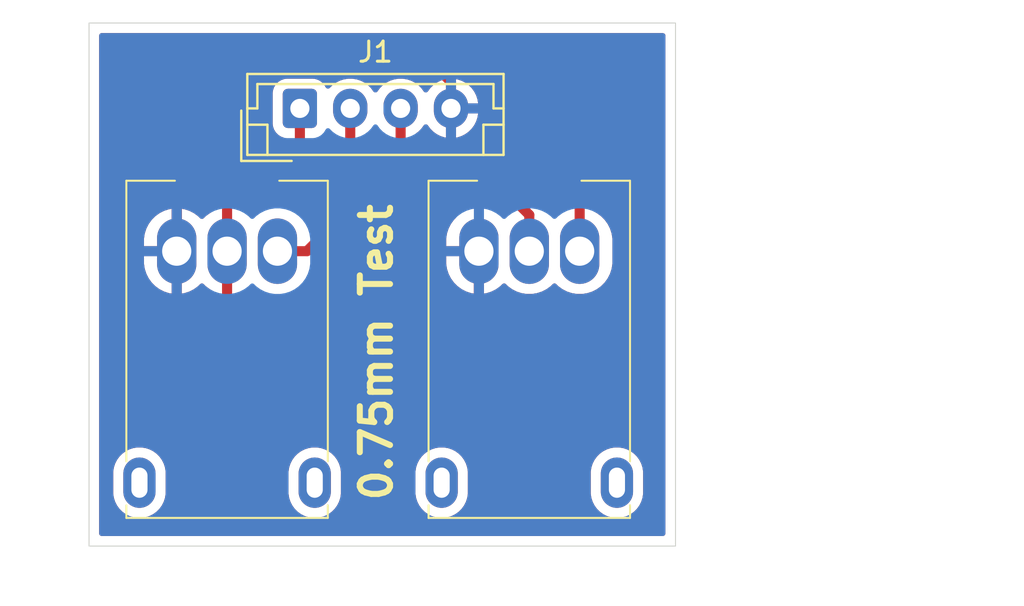
<source format=kicad_pcb>
(kicad_pcb (version 20240108) (generator "pcbnew") (generator_version "8.0")
  (layers (0 "F.Cu" signal) (31 "B.Cu" signal) (34 "B.Paste" user) (35 "F.Paste" user) (36 "B.SilkS" user "B.Silkscreen") (37 "F.SilkS" user "F.Silkscreen") (38 "B.Mask" user) (39 "F.Mask" user) (44 "Edge.Cuts" user))
  (net 0 "")
  (net 1 "GND")
  (net 2 "VCC")
  (net 3 "Net-(J1-Pin_2)")
  (net 4 "Net-(J1-Pin_3)")
  (footprint "hhl:4015-0-43-80-30-27-10-0" (layer "F.Cu") (at 239.9364 136.4042)
    (property "Reference" "SK6" (hide yes))
    (property "Value" "Conn_01x01_Socket")
    (pad "1" thru_hole oval (at 0 0) (size 1.9478 3.25) (drill 1.4478) (layers "*.Cu" "*.Mask") (net 1 "GND"))
  )
  (footprint "hhl:4015-0-43-80-30-27-10-0" (layer "F.Cu") (at 257.4364 136.4042)
    (property "Reference" "SK1" (hide yes))
    (property "Value" "Conn_01x01_Socket")
    (pad "1" thru_hole oval (at 0 0) (size 1.9478 3.25) (drill 1.4478) (layers "*.Cu" "*.Mask") (net 2 "VCC"))
  )
  (footprint "hhl:GCC_Slider_MillMaxSocketed" (layer "F.Cu") (at 242.4364 136.4042)
    (property "Reference" "RV1" (hide yes))
    (property "Value" "Slider_GCC-Gamecube_SolderInsert")
    (fp_line (start -5 -3.5) (end -5 10.44) (stroke (width 0.1)) (layer "F.SilkS"))
    (fp_line (start -5 -3.5) (end -2.59 -3.5) (stroke (width 0.1)) (layer "F.SilkS"))
    (fp_line (start -5 13.25) (end -5 12.625) (stroke (width 0.1)) (layer "F.SilkS"))
    (fp_line (start -5 13.25) (end 5 13.25) (stroke (width 0.1)) (layer "F.SilkS"))
    (fp_line (start 2.59 -3.5) (end 5 -3.5) (stroke (width 0.1)) (layer "F.SilkS"))
    (fp_line (start 5 -3.5) (end 5 10.44) (stroke (width 0.1)) (layer "F.SilkS"))
    (fp_line (start 5 13.25) (end 5 12.62) (stroke (width 0.1)) (layer "F.SilkS"))
    (pad "MP" thru_hole oval (at -4.35 11.5 180) (size 1.6 2.5) (drill oval 0.8 1.5) (property pad_prop_heatsink) (layers "*.Cu" "*.Mask"))
    (pad "MP" thru_hole oval (at 4.35 11.5 180) (size 1.6 2.5) (drill oval 0.8 1.5) (property pad_prop_heatsink) (layers "*.Cu" "*.Mask"))
  )
  (footprint "hhl:4015-0-43-80-30-27-10-0" (layer "F.Cu") (at 254.9364 136.4042)
    (property "Reference" "SK3" (hide yes))
    (property "Value" "Conn_01x01_Socket")
    (pad "1" thru_hole oval (at 0 0) (size 1.9478 3.25) (drill 1.4478) (layers "*.Cu" "*.Mask") (net 1 "GND"))
  )
  (footprint "hhl:4015-0-43-80-30-27-10-0" (layer "F.Cu") (at 244.9364 136.4042)
    (property "Reference" "SK5" (hide yes))
    (property "Value" "Conn_01x01_Socket")
    (pad "1" thru_hole oval (at 0 0) (size 1.9478 3.25) (drill 1.4478) (layers "*.Cu" "*.Mask") (net 3 "Net-(J1-Pin_2)"))
  )
  (footprint "hhl:GCC_Slider_MillMaxSocketed" (layer "F.Cu") (at 257.4364 136.4042)
    (property "Reference" "RV2" (hide yes))
    (property "Value" "Slider_GCC-Gamecube_SolderInsert")
    (fp_line (start -5 -3.5) (end -5 10.44) (stroke (width 0.1)) (layer "F.SilkS"))
    (fp_line (start -5 -3.5) (end -2.59 -3.5) (stroke (width 0.1)) (layer "F.SilkS"))
    (fp_line (start -5 13.25) (end -5 12.625) (stroke (width 0.1)) (layer "F.SilkS"))
    (fp_line (start -5 13.25) (end 5 13.25) (stroke (width 0.1)) (layer "F.SilkS"))
    (fp_line (start 2.59 -3.5) (end 5 -3.5) (stroke (width 0.1)) (layer "F.SilkS"))
    (fp_line (start 5 -3.5) (end 5 10.44) (stroke (width 0.1)) (layer "F.SilkS"))
    (fp_line (start 5 13.25) (end 5 12.62) (stroke (width 0.1)) (layer "F.SilkS"))
    (pad "MP" thru_hole oval (at -4.35 11.5 180) (size 1.6 2.5) (drill oval 0.8 1.5) (property pad_prop_heatsink) (layers "*.Cu" "*.Mask"))
    (pad "MP" thru_hole oval (at 4.35 11.5 180) (size 1.6 2.5) (drill oval 0.8 1.5) (property pad_prop_heatsink) (layers "*.Cu" "*.Mask"))
  )
  (footprint "Connector_JST:JST_EH_B4B-EH-A_1x04_P2.50mm_Vertical" (layer "F.Cu") (at 246.0498 129.3114)
    (property "Reference" "J1" (at 3.75 -2.8 0) (layer "F.SilkS"))
    (property "Value" "Conn_01x04_Pin")
    (fp_line (start -2.91 0.11) (end -2.91 2.61) (stroke (width 0.12)) (layer "F.SilkS"))
    (fp_line (start -2.91 2.61) (end -0.41 2.61) (stroke (width 0.12)) (layer "F.SilkS"))
    (fp_line (start -2.61 -1.71) (end -2.61 2.31) (stroke (width 0.12)) (layer "F.SilkS"))
    (fp_line (start -2.61 0) (end -2.11 0) (stroke (width 0.12)) (layer "F.SilkS"))
    (fp_line (start -2.61 0.81) (end -1.61 0.81) (stroke (width 0.12)) (layer "F.SilkS"))
    (fp_line (start -2.61 2.31) (end 10.11 2.31) (stroke (width 0.12)) (layer "F.SilkS"))
    (fp_line (start -2.11 -1.21) (end 9.61 -1.21) (stroke (width 0.12)) (layer "F.SilkS"))
    (fp_line (start -2.11 0) (end -2.11 -1.21) (stroke (width 0.12)) (layer "F.SilkS"))
    (fp_line (start -1.61 0.81) (end -1.61 2.31) (stroke (width 0.12)) (layer "F.SilkS"))
    (fp_line (start 9.11 0.81) (end 9.11 2.31) (stroke (width 0.12)) (layer "F.SilkS"))
    (fp_line (start 9.61 -1.21) (end 9.61 0) (stroke (width 0.12)) (layer "F.SilkS"))
    (fp_line (start 9.61 0) (end 10.11 0) (stroke (width 0.12)) (layer "F.SilkS"))
    (fp_line (start 10.11 -1.71) (end -2.61 -1.71) (stroke (width 0.12)) (layer "F.SilkS"))
    (fp_line (start 10.11 0.81) (end 9.11 0.81) (stroke (width 0.12)) (layer "F.SilkS"))
    (fp_line (start 10.11 2.31) (end 10.11 -1.71) (stroke (width 0.12)) (layer "F.SilkS"))
    (pad "1" thru_hole roundrect (at 0 0) (size 1.7 1.95) (drill 0.95) (layers "*.Cu" "*.Mask") (roundrect_rratio 0.147059) (net 2 "VCC"))
    (pad "2" thru_hole oval (at 2.5 0) (size 1.7 1.95) (drill 0.95) (layers "*.Cu" "*.Mask") (net 3 "Net-(J1-Pin_2)"))
    (pad "3" thru_hole oval (at 5 0) (size 1.7 1.95) (drill 0.95) (layers "*.Cu" "*.Mask") (net 4 "Net-(J1-Pin_3)"))
    (pad "4" thru_hole oval (at 7.5 0) (size 1.7 1.95) (drill 0.95) (layers "*.Cu" "*.Mask") (net 1 "GND"))
  )
  (footprint "hhl:4015-0-43-80-30-27-10-0" (layer "F.Cu") (at 259.9364 136.4042)
    (property "Reference" "SK2" (hide yes))
    (property "Value" "Conn_01x01_Socket")
    (pad "1" thru_hole oval (at 0 0) (size 1.9478 3.25) (drill 1.4478) (layers "*.Cu" "*.Mask") (net 4 "Net-(J1-Pin_3)"))
  )
  (footprint "hhl:4015-0-43-80-30-27-10-0" (layer "F.Cu") (at 242.4364 136.4042)
    (property "Reference" "SK4" (hide yes))
    (property "Value" "Conn_01x01_Socket")
    (pad "1" thru_hole oval (at 0 0) (size 1.9478 3.25) (drill 1.4478) (layers "*.Cu" "*.Mask") (net 2 "VCC"))
  )
  (gr_rect (start 235.585 125.0696) (end 264.6934 151.0538) (stroke (width 0.05)) (fill none) (layer "Edge.Cuts"))
  (gr_text "0.75mm Test" (at 250.7234 148.9456 90) (layer "F.SilkS") (effects (font (size 1.5 1.5) (thickness 0.3) (bold yes)) (justify left bottom)))
  (segment (start 261.3406 139.573) (end 262.128 138.7856) (width 0.5) (layer "F.Cu") (net 1))
  (segment (start 262.128 132.6642) (end 258.7752 129.3114) (width 0.5) (layer "F.Cu") (net 1))
  (segment (start 258.7752 129.3114) (end 253.5498 129.3114) (width 0.5) (layer "F.Cu") (net 1))
  (segment (start 243.1542 127.0508) (end 252.603 127.0508) (width 0.5) (layer "F.Cu") (net 1))
  (segment (start 239.9364 136.4042) (end 239.9364 130.2686) (width 0.5) (layer "F.Cu") (net 1))
  (segment (start 252.603 127.0508) (end 253.5498 127.9976) (width 0.5) (layer "F.Cu") (net 1))
  (segment (start 253.5498 127.9976) (end 253.5498 129.3114) (width 0.5) (layer "F.Cu") (net 1))
  (segment (start 255.778 139.573) (end 261.3406 139.573) (width 0.5) (layer "F.Cu") (net 1))
  (segment (start 239.9364 130.2686) (end 243.1542 127.0508) (width 0.5) (layer "F.Cu") (net 1))
  (segment (start 254.9364 136.4042) (end 254.9364 138.7314) (width 0.5) (layer "F.Cu") (net 1))
  (segment (start 262.128 138.7856) (end 262.128 132.6642) (width 0.5) (layer "F.Cu") (net 1))
  (segment (start 254.9364 138.7314) (end 255.778 139.573) (width 0.5) (layer "F.Cu") (net 1))
  (segment (start 245.4656 140.7414) (end 243.3574 140.7414) (width 0.5) (layer "F.Cu") (net 2))
  (segment (start 242.4364 136.4042) (end 242.4364 133.763) (width 0.5) (layer "F.Cu") (net 2))
  (segment (start 243.3574 140.7414) (end 242.4364 139.8204) (width 0.5) (layer "F.Cu") (net 2))
  (segment (start 252.4252 133.8072) (end 248.0564 138.176) (width 0.5) (layer "F.Cu") (net 2))
  (segment (start 257.4364 134.602) (end 256.6416 133.8072) (width 0.5) (layer "F.Cu") (net 2))
  (segment (start 242.4364 133.763) (end 243.3574 132.842) (width 0.5) (layer "F.Cu") (net 2))
  (segment (start 245.0846 132.842) (end 246.0498 131.8768) (width 0.5) (layer "F.Cu") (net 2))
  (segment (start 243.3574 132.842) (end 245.0846 132.842) (width 0.5) (layer "F.Cu") (net 2))
  (segment (start 242.4364 139.8204) (end 242.4364 136.4042) (width 0.5) (layer "F.Cu") (net 2))
  (segment (start 248.031 138.176) (end 245.4656 140.7414) (width 0.5) (layer "F.Cu") (net 2))
  (segment (start 246.0498 131.8768) (end 246.0498 129.3114) (width 0.5) (layer "F.Cu") (net 2))
  (segment (start 256.6416 133.8072) (end 252.4252 133.8072) (width 0.5) (layer "F.Cu") (net 2))
  (segment (start 248.0564 138.176) (end 248.031 138.176) (width 0.5) (layer "F.Cu") (net 2))
  (segment (start 257.4364 136.4042) (end 257.4364 134.602) (width 0.5) (layer "F.Cu") (net 2))
  (segment (start 246.3992 136.4042) (end 248.5498 134.2536) (width 0.5) (layer "F.Cu") (net 3))
  (segment (start 248.5498 134.2536) (end 248.5498 129.3114) (width 0.5) (layer "F.Cu") (net 3))
  (segment (start 244.9364 136.4042) (end 246.3992 136.4042) (width 0.5) (layer "F.Cu") (net 3))
  (segment (start 259.0038 132.5626) (end 259.9364 133.4952) (width 0.5) (layer "F.Cu") (net 4))
  (segment (start 252.2474 132.5626) (end 259.0038 132.5626) (width 0.5) (layer "F.Cu") (net 4))
  (segment (start 259.9364 133.4952) (end 259.9364 136.4042) (width 0.5) (layer "F.Cu") (net 4))
  (segment (start 251.0498 131.365) (end 252.2474 132.5626) (width 0.5) (layer "F.Cu") (net 4))
  (segment (start 251.0498 129.3114) (end 251.0498 131.365) (width 0.5) (layer "F.Cu") (net 4))
  (zone (net 1) (net_name "GND") (layers "F&B.Cu") (connect_pads (clearance 0.5)) (min_thickness 0.25) (fill yes (thermal_gap 0.5) (thermal_bridge_width 0.5))
    (polygon (pts (xy 231.3432 124.4092) (xy 231.1654 152.273) (xy 268.0462 152.527) (xy 265.8364 123.9266)))
  )
)
</source>
